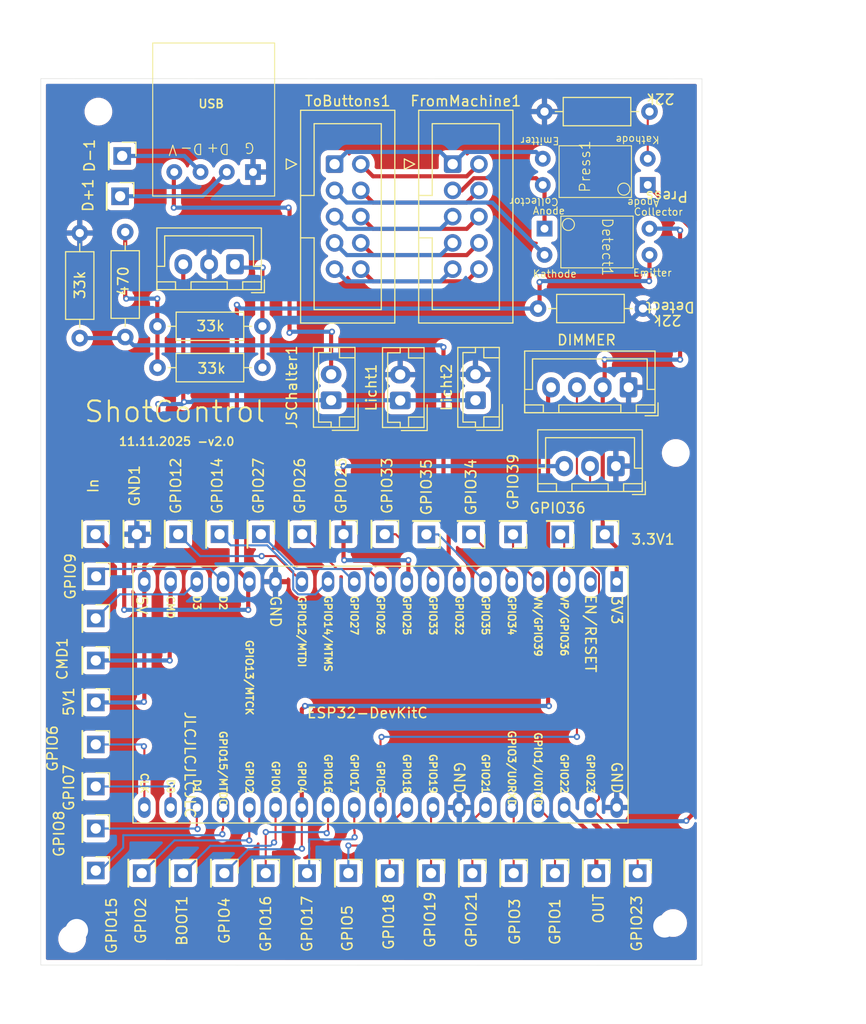
<source format=kicad_pcb>
(kicad_pcb (version 20240108) (generator "pcbnew") (generator_version "8.0")
  (title_block (title "Smart_Espresso_V0.1"))
  (layers (0 "F.Cu" signal "Front") (1 "In1.Cu" signal) (2 "In2.Cu" signal) (31 "B.Cu" signal "Back") (34 "B.Paste" user) (35 "F.Paste" user) (36 "B.SilkS" user "B.Silkscreen") (37 "F.SilkS" user "F.Silkscreen") (38 "B.Mask" user) (39 "F.Mask" user) (44 "Edge.Cuts" user))
  (net 0 "")
  (net 1 "+3.3V")
  (net 2 "Net-(Detect1-Anode)")
  (net 3 "IN")
  (net 4 "Net-(Detect1-Cathode)")
  (net 5 "+5V")
  (net 6 "GND")
  (net 7 "Net-(J1-Pin_1)")
  (net 8 "Net-(BOOT1-Pin_1)")
  (net 9 "Net-(CHIP_PU1-Pin_1)")
  (net 10 "Net-(CMD1-Pin_1)")
  (net 11 "Net-(D+1-Pin_1)")
  (net 12 "Net-(D-1-Pin_1)")
  (net 13 "Net-(FromMachine1-Pin_1)")
  (net 14 "Net-(FromMachine1-Pin_5)")
  (net 15 "Net-(FromMachine1-Pin_9)")
  (net 16 "Net-(FromMachine1-Pin_7)")
  (net 17 "Net-(FromMachine1-Pin_10)")
  (net 18 "Net-(FromMachine1-Pin_4)")
  (net 19 "Net-(FromMachine1-Pin_6)")
  (net 20 "Net-(FromMachine1-Pin_8)")
  (net 21 "Net-(FromMachine1-Pin_2)")
  (net 22 "Net-(GPIO1-Pin_1)")
  (net 23 "Net-(GPIO2-Pin_1)")
  (net 24 "Net-(GPIO3-Pin_1)")
  (net 25 "Net-(GPIO6-Pin_1)")
  (net 26 "Net-(GPIO7-Pin_1)")
  (net 27 "Net-(GPIO8-Pin_1)")
  (net 28 "Net-(GPIO9-Pin_1)")
  (net 29 "Net-(GPIO10-Pin_1)")
  (net 30 "Net-(GPIO12-Pin_1)")
  (net 31 "Net-(GPIO14-Pin_1)")
  (net 32 "Net-(GPIO15-Pin_1)")
  (net 33 "Net-(GPIO16-Pin_1)")
  (net 34 "Net-(GPIO17-Pin_1)")
  (net 35 "Net-(GPIO18-Pin_1)")
  (net 36 "Net-(GPIO19-Pin_1)")
  (net 37 "Net-(GPIO21-Pin_1)")
  (net 38 "Net-(GPIO23-Pin_1)")
  (net 39 "Net-(GPIO25-Pin_1)")
  (net 40 "Net-(GPIO26-Pin_1)")
  (net 41 "Net-(GPIO27-Pin_1)")
  (net 42 "Net-(GPIO33-Pin_1)")
  (net 43 "Net-(GPIO34-Pin_1)")
  (net 44 "Net-(GPIO35-Pin_1)")
  (net 45 "Net-(GPIO36-Pin_1)")
  (net 46 "Net-(GPIO39-Pin_1)")
  (net 47 "Net-(Press1-Cathode)")
  (net 48 "OUT")
  (net 49 "Net-(RSP_01_1-Pad2)")
  (net 50 "Drucksensor")
  (net 51 "ZeroCross")
  (net 52 "PWM")
  (net 53 "Net-(JSChalter1-Pin_2)")
  (footprint "Resistor_THT:R_Axial_DIN0207_L6.3mm_D2.5mm_P10.16mm_Horizontal" (layer "F.Cu") (at 219.075 100.775 180)
    (property "Reference" "RSP_01_2" (hide yes))
    (property "Value" "33k")
  )
  (footprint "Connector_PinHeader_2.54mm:PinHeader_1x01_P2.54mm_Vertical" (layer "F.Cu") (at 235.394 153.67 -90)
    (property "Reference" "GPIO19")
    (property "Value" "Conn_01x01_Socket" (hide yes))
  )
  (footprint "Resistor_THT:R_Axial_DIN0207_L6.3mm_D2.5mm_P10.16mm_Horizontal" (layer "F.Cu") (at 255.905 99.06 180)
    (property "Reference" "R_GND2" (hide yes))
    (property "Value" "22k")
  )
  (footprint "Connector_PinHeader_2.54mm:PinHeader_1x01_P2.54mm_Vertical" (layer "F.Cu") (at 247.904 120.904 180)
    (property "Reference" "GPIO36")
    (property "Value" "Conn_01x01_Socket" (hide yes))
  )
  (footprint "Connector_PinHeader_2.54mm:PinHeader_1x01_P2.54mm_Vertical" (layer "F.Cu") (at 251.394 153.67 -90)
    (property "Reference" "OUT")
    (property "Value" "Conn_01x01_Socket" (hide yes))
  )
  (footprint "MountingHole:MountingHole_2.2mm_M2" (layer "F.Cu") (at 259.08 113.03)
    (property "Reference" "REF**" (hide yes))
    (property "Value" "MountingHole_2.2mm_M2" (hide yes))
  )
  (footprint "Connector_PinHeader_2.54mm:PinHeader_1x01_P2.54mm_Vertical" (layer "F.Cu") (at 231.394 153.67 -90)
    (property "Reference" "GPIO18")
    (property "Value" "Conn_01x01_Socket" (hide yes))
  )
  (footprint "MountingHole:MountingHole_2.2mm_M2" (layer "F.Cu") (at 258 158.8)
    (property "Reference" "REF**" (hide yes))
    (property "Value" "MountingHole_2.2mm_M2" (hide yes))
  )
  (footprint "Connector_JST:JST_EH_B2B-EH-A_1x02_P2.50mm_Vertical" (layer "F.Cu") (at 225.725 107.93 90)
    (property "Reference" "JSChalter1")
    (property "Value" "Conn_01x02_Socket" (hide yes))
  )
  (footprint "Connector_PinHeader_2.54mm:PinHeader_1x01_P2.54mm_Vertical" (layer "F.Cu") (at 202.946 149.352 -90)
    (property "Reference" "GPIO8")
    (property "Value" "Conn_01x01_Socket" (hide yes))
  )
  (footprint "Connector_PinHeader_2.54mm:PinHeader_1x01_P2.54mm_Vertical" (layer "F.Cu") (at 210.925 120.886 -90)
    (property "Reference" "GPIO12")
    (property "Value" "Conn_01x01_Socket" (hide yes))
  )
  (footprint "Connector_PinHeader_2.54mm:PinHeader_1x01_P2.54mm_Vertical" (layer "F.Cu") (at 223.394 153.67 -90)
    (property "Reference" "GPIO17")
    (property "Value" "Conn_01x01_Socket" (hide yes))
  )
  (footprint "Resistor_THT:R_Axial_DIN0207_L6.3mm_D2.5mm_P10.16mm_Horizontal" (layer "F.Cu") (at 219.075 104.775 180)
    (property "Reference" "RSP_01_1" (hide yes))
    (property "Value" "33k")
  )
  (footprint "Resistor_THT:R_Axial_DIN0207_L6.3mm_D2.5mm_P10.16mm_Horizontal" (layer "F.Cu") (at 205.795 91.655 -90)
    (property "Reference" "RSP_2" (hide yes))
    (property "Value" "470")
  )
  (footprint "myLib:USB-C zu DIP PCB" (layer "F.Cu") (at 214.355 80.775 180)
    (property "Reference" "U2" (hide yes))
    (property "Value" "USB-C to DIP PCB")
  )
  (footprint "Connector_PinHeader_2.54mm:PinHeader_1x01_P2.54mm_Vertical" (layer "F.Cu") (at 239.268 120.904 180)
    (property "Reference" "GPIO34")
    (property "Value" "Conn_01x01_Socket" (hide yes))
  )
  (footprint "Connector_PinHeader_2.54mm:PinHeader_1x01_P2.54mm_Vertical" (layer "F.Cu") (at 202.946 129.032 -90)
    (property "Reference" "GPIO10" (hide yes))
    (property "Value" "Conn_01x01_Socket" (hide yes))
  )
  (footprint "Connector_PinHeader_2.54mm:PinHeader_1x01_P2.54mm_Vertical" (layer "F.Cu") (at 234.95 120.904 180)
    (property "Reference" "GPIO35")
    (property "Value" "Conn_01x01_Socket" (hide yes))
  )
  (footprint "MountingHole:MountingHole_2.2mm_M2" (layer "F.Cu") (at 203.2 80.01)
    (property "Reference" "REF**" (hide yes))
    (property "Value" "MountingHole_2.2mm_M2" (hide yes))
  )
  (footprint "Connector_JST:JST_EH_B2B-EH-A_1x02_P2.50mm_Vertical" (layer "F.Cu") (at 239.695 107.93 90)
    (property "Reference" "Licht2")
    (property "Value" "Conn_01x02_Socket" (hide yes))
  )
  (footprint "Connector_PinHeader_2.54mm:PinHeader_1x01_P2.54mm_Vertical" (layer "F.Cu") (at 247.394 153.67 -90)
    (property "Reference" "GPIO1")
    (property "Value" "Conn_01x01_Socket" (hide yes))
  )
  (footprint "Connector_PinHeader_2.54mm:PinHeader_1x01_P2.54mm_Vertical" (layer "F.Cu") (at 206.925 120.886 -90)
    (property "Reference" "GND1")
    (property "Value" "Conn_01x01_Socket" (hide yes))
  )
  (footprint "Connector_PinHeader_2.54mm:PinHeader_1x01_P2.54mm_Vertical" (layer "F.Cu") (at 205.5 84.3 -90)
    (property "Reference" "D-1")
    (property "Value" "Conn_01x01_Socket" (hide yes))
  )
  (footprint "Connector_PinHeader_2.54mm:PinHeader_1x01_P2.54mm_Vertical" (layer "F.Cu") (at 207.394 153.67 -90)
    (property "Reference" "GPIO2")
    (property "Value" "Conn_01x01_Socket" (hide yes))
  )
  (footprint "Connector_PinHeader_2.54mm:PinHeader_1x01_P2.54mm_Vertical" (layer "F.Cu") (at 222.925 120.886 -90)
    (property "Reference" "GPIO26")
    (property "Value" "Conn_01x01_Socket" (hide yes))
  )
  (footprint "Connector_PinHeader_2.54mm:PinHeader_1x01_P2.54mm_Vertical" (layer "F.Cu") (at 202.946 141.224 -90)
    (property "Reference" "GPIO6")
    (property "Value" "Conn_01x01_Socket" (hide yes))
  )
  (footprint "Connector_PinHeader_2.54mm:PinHeader_1x01_P2.54mm_Vertical" (layer "F.Cu") (at 205.3 88.2 -90)
    (property "Reference" "D+1")
    (property "Value" "Conn_01x01_Socket" (hide yes))
  )
  (footprint "Connector_PinHeader_2.54mm:PinHeader_1x01_P2.54mm_Vertical" (layer "F.Cu") (at 219.394 153.67 -90)
    (property "Reference" "GPIO16")
    (property "Value" "Conn_01x01_Socket" (hide yes))
  )
  (footprint "Connector_IDC:IDC-Header_2x05_P2.54mm_Vertical" (layer "F.Cu") (at 226.06 85.09)
    (property "Reference" "ToButtons1")
    (property "Value" "Conn_01x10_Socket" (hide yes))
  )
  (footprint "MountingHole:MountingHole_2.2mm_M2" (layer "F.Cu") (at 201.1 159.2 90)
    (property "Reference" "REF**" (hide yes))
    (property "Value" "MountingHole_2.2mm_M2" (hide yes))
  )
  (footprint "Connector_JST:JST_EH_B2B-EH-A_1x02_P2.50mm_Vertical" (layer "F.Cu") (at 232.41 107.95 90)
    (property "Reference" "Licht1")
    (property "Value" "Conn_01x02_Socket" (hide yes))
  )
  (footprint "myLib:HCPL-817" (layer "F.Cu") (at 251.29 92.71 -90)
    (property "Reference" "Detect1")
    (property "Value" "~")
  )
  (footprint "Connector_PinHeader_2.54mm:PinHeader_1x01_P2.54mm_Vertical" (layer "F.Cu") (at 252.222 120.904 -90)
    (property "Reference" "3.3V1")
    (property "Value" "Conn_01x01_Socket" (hide yes))
  )
  (footprint "Connector_PinHeader_2.54mm:PinHeader_1x01_P2.54mm_Vertical" (layer "F.Cu") (at 202.946 133.096 -90)
    (property "Reference" "CMD1")
    (property "Value" "Conn_01x01_Socket" (hide yes))
  )
  (footprint "Connector_JST:JST_XH_B3B-XH-A_1x03_P2.50mm_Vertical" (layer "F.Cu") (at 253.285 114.3 180)
    (property "Reference" "J2" (hide yes))
    (property "Value" "Encoder")
  )
  (footprint "Connector_PinHeader_2.54mm:PinHeader_1x01_P2.54mm_Vertical" (layer "F.Cu") (at 230.925 120.886 -90)
    (property "Reference" "GPIO33")
    (property "Value" "Conn_01x01_Socket" (hide yes))
  )
  (footprint "Connector_PinHeader_2.54mm:PinHeader_1x01_P2.54mm_Vertical" (layer "F.Cu") (at 243.332 120.904 180)
    (property "Reference" "GPIO39")
    (property "Value" "Conn_01x01_Socket" (hide yes))
  )
  (footprint "myLib:HCPL-817" (layer "F.Cu") (at 251.46 85.725 90)
    (property "Reference" "Press1")
    (property "Value" "~")
  )
  (footprint "myLib:ESP32-DevKitC" (layer "F.Cu") (at 253.365 125.476 -90)
    (property "Reference" "U1" (hide yes))
    (property "Value" "ESP32-DevKitC")
  )
  (footprint "Connector_PinHeader_2.54mm:PinHeader_1x01_P2.54mm_Vertical" (layer "F.Cu") (at 255.394 153.67 -90)
    (property "Reference" "GPIO23")
    (property "Value" "Conn_01x01_Socket" (hide yes))
  )
  (footprint "Connector_IDC:IDC-Header_2x05_P2.54mm_Vertical" (layer "F.Cu") (at 237.49 85.09)
    (property "Reference" "FromMachine1")
    (property "Value" "Conn_01x10_Socket" (hide yes))
  )
  (footprint "Resistor_THT:R_Axial_DIN0207_L6.3mm_D2.5mm_P10.16mm_Horizontal" (layer "F.Cu") (at 256.54 80.01 180)
    (property "Reference" "R_GND1" (hide yes))
    (property "Value" "22k")
  )
  (footprint "Connector_PinHeader_2.54mm:PinHeader_1x01_P2.54mm_Vertical" (layer "F.Cu") (at 227.394 153.67 -90)
    (property "Reference" "GPIO5")
    (property "Value" "Conn_01x01_Socket" (hide yes))
  )
  (footprint "Connector_PinHeader_2.54mm:PinHeader_1x01_P2.54mm_Vertical" (layer "F.Cu") (at 218.925 120.886 -90)
    (property "Reference" "GPIO27")
    (property "Value" "Conn_01x01_Socket" (hide yes))
  )
  (footprint "Connector_PinHeader_2.54mm:PinHeader_1x01_P2.54mm_Vertical" (layer "F.Cu") (at 226.925 120.886 -90)
    (property "Reference" "GPIO25")
    (property "Value" "Conn_01x01_Socket" (hide yes))
  )
  (footprint "Connector_PinHeader_2.54mm:PinHeader_1x01_P2.54mm_Vertical" (layer "F.Cu") (at 202.946 137.16 -90)
    (property "Reference" "5V1")
    (property "Value" "Conn_01x01_Socket" (hide yes))
  )
  (footprint "Connector_PinHeader_2.54mm:PinHeader_1x01_P2.54mm_Vertical" (layer "F.Cu") (at 239.394 153.67 -90)
    (property "Reference" "GPIO21")
    (property "Value" "Conn_01x01_Socket" (hide yes))
  )
  (footprint "Connector_JST:JST_XH_B3B-XH-A_1x03_P2.50mm_Vertical" (layer "F.Cu") (at 216.415 94.775 180)
    (property "Reference" "J1" (hide yes))
    (property "Value" "DRUCKSENSOR")
  )
  (footprint "Connector_PinHeader_2.54mm:PinHeader_1x01_P2.54mm_Vertical" (layer "F.Cu") (at 211.394 153.67 -90)
    (property "Reference" "BOOT1")
    (property "Value" "Conn_01x01_Socket" (hide yes))
  )
  (footprint "Resistor_THT:R_Axial_DIN0207_L6.3mm_D2.5mm_P10.16mm_Horizontal" (layer "F.Cu") (at 201.395 101.915 90)
    (property "Reference" "RSP_3" (hide yes))
    (property "Value" "33k")
  )
  (footprint "Connector_PinHeader_2.54mm:PinHeader_1x01_P2.54mm_Vertical" (layer "F.Cu") (at 215.394 153.67 -90)
    (property "Reference" "GPIO4")
    (property "Value" "Conn_01x01_Socket" (hide yes))
  )
  (footprint "Connector_PinHeader_2.54mm:PinHeader_1x01_P2.54mm_Vertical" (layer "F.Cu") (at 202.946 145.288 -90)
    (property "Reference" "GPIO7")
    (property "Value" "Conn_01x01_Socket" (hide yes))
  )
  (footprint "Connector_PinHeader_2.54mm:PinHeader_1x01_P2.54mm_Vertical" (layer "F.Cu") (at 202.946 153.416 -90)
    (property "Reference" "GPIO15")
    (property "Value" "Conn_01x01_Socket" (hide yes))
  )
  (footprint "Connector_PinHeader_2.54mm:PinHeader_1x01_P2.54mm_Vertical" (layer "F.Cu") (at 243.394 153.67 -90)
    (property "Reference" "GPIO3")
    (property "Value" "Conn_01x01_Socket" (hide yes))
  )
  (footprint "Connector_PinHeader_2.54mm:PinHeader_1x01_P2.54mm_Vertical" (layer "F.Cu") (at 202.925 120.886 -90)
    (property "Reference" "In")
    (property "Value" "Conn_01x01_Socket" (hide yes))
  )
  (footprint "Connector_PinHeader_2.54mm:PinHeader_1x01_P2.54mm_Vertical" (layer "F.Cu") (at 214.925 120.886 -90)
    (property "Reference" "GPIO14")
    (property "Value" "Conn_01x01_Socket" (hide yes))
  )
  (footprint "Connector_JST:JST_XH_B4B-XH-A_1x04_P2.50mm_Vertical" (layer "F.Cu") (at 254.515 106.68 180)
    (property "Reference" "DIMMER")
    (property "Value" "Conn_01x04_Socket" (hide yes))
  )
  (footprint "Connector_PinHeader_2.54mm:PinHeader_1x01_P2.54mm_Vertical" (layer "F.Cu") (at 202.985 124.968 -90)
    (property "Reference" "GPIO9")
    (property "Value" "Conn_01x01_Socket" (hide yes))
  )
  (gr_line (start 197.625 162.56) (end 261.62 162.575) (stroke (width 0.0381)) (layer "Edge.Cuts"))
  (gr_line (start 197.625 76.82) (end 197.625 162.56) (stroke (width 0.0381)) (layer "Edge.Cuts"))
  (gr_line (start 261.62 76.835) (end 197.625 76.82) (stroke (width 0.0381)) (layer "Edge.Cuts"))
  (gr_line (start 261.62 162.575) (end 261.62 76.835) (stroke (width 0.0381)) (layer "Edge.Cuts"))
  (gr_text "470" (at 206.195 97.935 90) (layer "F.SilkS") (effects (font (size 1 1) (thickness 0.1524) (bold yes)) (justify left bottom)))
  (gr_text "GPIO13/MTCK" (at 217.805 131.021 -90) (layer "F.SilkS") (effects (font (size 0.7 0.7)) (justify left)))
  (gr_text "22k" (at 259.057 78.188 180) (layer "F.SilkS") (effects (font (size 1 1) (thickness 0.1524) (bold yes)) (justify left bottom)))
  (gr_text "ShotControl" (at 201.705 110.2 0) (layer "F.SilkS") (effects (font (size 2 2) (thickness 0.2)) (justify left bottom)))
  (gr_text "USB" (at 212.795 79.735 0) (layer "F.SilkS") (effects (font (size 0.8128 0.8128) (thickness 0.1524) (bold yes)) (justify left bottom)))
  (gr_text "33k" (at 201.995 98.235 90) (layer "F.SilkS") (effects (font (size 1 1) (thickness 0.1524) (bold yes)) (justify left bottom)))
  (gr_text "Detect" (at 261.008 98.342 180) (layer "F.SilkS") (effects (font (size 1 1) (thickness 0.1524) (bold yes)) (justify left bottom)))
  (gr_text "JLCJLCJLCJLC" (at 211.465 137.951 -90) (layer "F.SilkS") (effects (font (size 1 1) (thickness 0.1524) (bold yes)) (justify left bottom)))
  (gr_text "D-" (at 213.395 83.035 180) (layer "F.SilkS") (effects (font (size 1 1) (thickness 0.1)) (justify left bottom)))
  (gr_text "V" (at 210.895 83.135 180) (layer "F.SilkS") (effects (font (size 1 1) (thickness 0.1)) (justify left bottom)))
  (gr_text "33k" (at 212.595 101.335 0) (layer "F.SilkS") (effects (font (size 1 1) (thickness 0.1524) (bold yes)) (justify left bottom)))
  (gr_text "Press" (at 260.35 87.63 180) (layer "F.SilkS") (effects (font (size 1 1) (thickness 0.1524) (bold yes)) (justify left bottom)))
  (gr_text "22k" (at 259.738 99.612 180) (layer "F.SilkS") (effects (font (size 1 1) (thickness 0.1524) (bold yes)) (justify left bottom)))
  (gr_text "33k" (at 212.695 105.435 0) (layer "F.SilkS") (effects (font (size 1 1) (thickness 0.1524) (bold yes)) (justify left bottom)))
  (gr_text "G" (at 218.395 82.935 180) (layer "F.SilkS") (effects (font (size 1 1) (thickness 0.1)) (justify left bottom)))
  (gr_text "11.11.2025 -v2.0\n" (at 205.105 112.395 0) (layer "F.SilkS") (effects (font (size 0.8128 0.8128) (thickness 0.1524) (bold yes)) (justify left bottom)))
  (segment (start 252.015 120.697) (end 252.222 120.904) (width 0.4) (layer "F.Cu") (net 1))
  (segment (start 259.5 91.5) (end 259.5 104) (width 0.4) (layer "F.Cu") (net 1))
  (segment (start 252.222 121.022) (end 253.365 122.165) (width 0.4) (layer "F.Cu") (net 1))
  (segment (start 252.2 106.495) (end 252.015 106.68) (width 0.4) (layer "F.Cu") (net 1))
  (segment (start 252.015 106.68) (end 252.015 120.697) (width 0.4) (layer "F.Cu") (net 1))
  (segment (start 253.365 122.165) (end 253.365 125.476) (width 0.4) (layer "F.Cu") (net 1))
  (segment (start 252.222 120.904) (end 252.222 121.022) (width 0.4) (layer "F.Cu") (net 1))
  (segment (start 252.2 104) (end 252.2 106.495) (width 0.4) (layer "F.Cu") (net 1))
  (via (at 259.5 91.5) (size 0.6) (drill 0.3) (layers "F.Cu" "B.Cu") (net 1))
  (via (at 252.2 104) (size 0.6) (drill 0.3) (layers "F.Cu" "B.Cu") (net 1))
  (via (at 259.5 104) (size 0.6) (drill 0.3) (layers "F.Cu" "B.Cu") (net 1))
  (segment (start 256.54 91.33) (end 259.33 91.33) (width 0.4) (layer "B.Cu") (net 1))
  (segment (start 259.5 104) (end 252.2 104) (width 0.4) (layer "B.Cu") (net 1))
  (segment (start 259.33 91.33) (end 259.5 91.5) (width 0.4) (layer "B.Cu") (net 1))
  (segment (start 239.54247 86.453) (end 245.558 86.453) (width 0.4) (layer "F.Cu") (net 2))
  (segment (start 237.49 87.63) (end 238.36547 87.63) (width 0.4) (layer "F.Cu") (net 2))
  (segment (start 238.36547 87.63) (end 239.54247 86.453) (width 0.4) (layer "F.Cu") (net 2))
  (segment (start 245.558 86.453) (end 246.21 87.105) (width 0.4) (layer "F.Cu") (net 2))
  (segment (start 246.38 87.275) (end 246.21 87.105) (width 0.4) (layer "F.Cu") (net 2))
  (segment (start 246.38 91.33) (end 246.38 87.275) (width 0.4) (layer "F.Cu") (net 2))
  (segment (start 256.54 96.36) (end 256.5 96.4) (width 0.4) (layer "F.Cu") (net 3))
  (segment (start 202.925 120.886) (end 205.7 123.661) (width 0.4) (layer "F.Cu") (net 3))
  (segment (start 216.6 124.271) (end 217.805 125.476) (width 0.4) (layer "F.Cu") (net 3))
  (segment (start 216.6 98.7) (end 216.6 124.271) (width 0.4) (layer "F.Cu") (net 3))
  (segment (start 217.7 128.2) (end 217.7 125.581) (width 0.4) (layer "F.Cu") (net 3))
  (segment (start 217.7 125.581) (end 217.805 125.476) (width 0.4) (layer "F.Cu") (net 3))
  (segment (start 245.9 98.905) (end 245.745 99.06) (width 0.4) (layer "F.Cu") (net 3))
  (segment (start 205.7 123.661) (end 205.7 128.2) (width 0.4) (layer "F.Cu") (net 3))
  (segment (start 256.54 93.87) (end 256.54 96.36) (width 0.4) (layer "F.Cu") (net 3))
  (segment (start 245.9 96.5) (end 245.9 98.905) (width 0.4) (layer "F.Cu") (net 3))
  (via (at 217.7 128.2) (size 0.6) (drill 0.3) (layers "F.Cu" "B.Cu") (net 3))
  (via (at 256.5 96.4) (size 0.6) (drill 0.3) (layers "F.Cu" "B.Cu") (net 3))
  (via (at 205.7 128.2) (size 0.6) (drill 0.3) (layers "F.Cu" "B.Cu") (net 3))
  (via (at 216.6 98.7) (size 0.6) (drill 0.3) (layers "F.Cu" "B.Cu") (net 3))
  (via (at 245.9 96.5) (size 0.6) (drill 0.3) (layers "F.Cu" "B.Cu") (net 3))
  (segment (start 245.745 99.06) (end 216.96 99.06) (width 0.4) (layer "B.Cu") (net 3))
  (segment (start 256.5 96.4) (end 246 96.4) (width 0.4) (layer "B.Cu") (net 3))
  (segment (start 246 96.4) (end 245.9 96.5) (width 0.4) (layer "B.Cu") (net 3))
  (segment (start 205.7 128.2) (end 217.7 128.2) (width 0.4) (layer "B.Cu") (net 3))
  (segment (start 216.96 99.06) (end 216.6 98.7) (width 0.4) (layer "B.Cu") (net 3))
  (segment (start 241.317 88.807) (end 246.38 93.87) (width 0.4) (layer "B.Cu") (net 4))
  (segment (start 226.06 87.63) (end 227.237 88.807) (width 0.4) (layer "B.Cu") (net 4))
  (segment (start 227.237 88.807) (end 241.317 88.807) (width 0.4) (layer "B.Cu") (net 4))
  (segment (start 211.415 108.015) (end 211.5 108.1) (width 0.4) (layer "F.Cu") (net 5))
  (segment (start 207.6 137.1) (end 207.645 137.055) (width 0.4) (layer "F.Cu") (net 5))
  (segment (start 208.9 122.6) (end 209 122.5) (width 0.4) (layer "F.Cu") (net 5))
  (segment (start 207.645 123.855) (end 208.9 122.6) (width 0.4) (layer "F.Cu") (net 5))
  (segment (start 207.645 125.476) (end 207.645 123.855) (width 0.4) (layer "F.Cu") (net 5))
  (segment (start 209 117.8) (end 209 108.3) (width 0.4) (layer "F.Cu") (net 5))
  (segment (start 209 122.5) (end 209 117.8) (width 0.4) (layer "F.Cu") (net 5))
  (segment (start 207.645 137.055) (end 207.645 125.476) (width 0.4) (layer "F.Cu") (net 5))
  (segment (start 211.415 94.775) (end 211.415 108.015) (width 0.4) (layer "F.Cu") (net 5))
  (via (at 211.5 108.1) (size 0.6) (drill 0.3) (layers "F.Cu" "B.Cu") (net 5))
  (via (at 209 108.3) (size 0.6) (drill 0.3) (layers "F.Cu" "B.Cu") (net 5))
  (via (at 207.6 137.1) (size 0.6) (drill 0.3) (layers "F.Cu" "B.Cu") (net 5))
  (segment (start 211.5 108.1) (end 212.2 108.1) (width 0.4) (layer "B.Cu") (net 5))
  (segment (start 211.3 108.3) (end 211.5 108.1) (width 0.4) (layer "B.Cu") (net 5))
  (segment (start 207.54 137.16) (end 207.6 137.1) (width 0.4) (layer "B.Cu") (net 5))
  (segment (start 212.2 108.1) (end 212.37 107.93) (width 0.4) (layer "B.Cu") (net 5))
  (segment (start 225.725 107.93) (end 232.39 107.93) (width 0.4) (layer "B.Cu") (net 5))
  (segment (start 212.37 107.93) (end 225.725 107.93) (width 0.4) (layer "B.Cu") (net 5))
  (segment (start 232.41 107.95) (end 232.55 107.95) (width 0.4) (layer "B.Cu") (net 5))
  (segment (start 232.39 107.93) (end 232.41 107.95) (width 0.4) (layer "B.Cu") (net 5))
  (segment (start 209 108.3) (end 211.3 108.3) (width 0.4) (layer "B.Cu") (net 5))
  (segment (start 202.946 137.16) (end 207.54 137.16) (width 0.4) (layer "B.Cu") (net 5))
  (segment (start 232.57 107.93) (end 239.695 107.93) (width 0.4) (layer "B.Cu") (net 5))
  (segment (start 232.55 107.95) (end 232.57 107.93) (width 0.4) (layer "B.Cu") (net 5))
  (segment (start 219.075 100.775) (end 219.075 95.125) (width 0.4) (layer "F.Cu") (net 7))
  (segment (start 219.075 100.775) (end 219.075 104.775) (width 0.4) (layer "F.Cu") (net 7))
  (segment (start 219.075 95.125) (end 219.1 95.1) (width 0.4) (layer "F.Cu") (net 7))
  (via (at 219.1 95.1) (size 0.6) (drill 0.3) (layers "F.Cu" "B.Cu") (net 7))
  (segment (start 219.1 95.1) (end 216.74 95.1) (width 0.4) (layer "B.Cu") (net 7))
  (segment (start 216.74 95.1) (end 216.415 94.775) (width 0.4) (layer "B.Cu") (net 7))
  (segment (start 220.345 150.555) (end 220.345 147.32) (width 0.2) (layer "F.Cu") (net 8))
  (segment (start 220.2 150.7) (end 220.345 150.555) (width 0.2) (layer "F.Cu") (net 8))
  (via (at 220.2 150.7) (size 0.6) (drill 0.3) (layers "F.Cu" "B.Cu") (net 8))
  (segment (start 211.394 153.67) (end 214.037 151.027) (width 0.2) (layer "B.Cu") (net 8))
  (segment (start 219.873 151.027) (end 220.2 150.7) (width 0.2) (layer "B.Cu") (net 8))
  (segment (start 214.037 151.027) (end 219.873 151.027) (width 0.2) (layer "B.Cu") (net 8))
  (segment (start 210.1 132.2) (end 210.185 132.115) (width 0.4) (layer "F.Cu") (net 10))
  (segment (start 210.185 132.115) (end 210.185 125.476) (width 0.4) (layer "F.Cu") (net 10))
  (segment (start 210.1 133.1) (end 210.1 132.2) (width 0.4) (layer "F.Cu") (net 10))
  (via (at 210.1 133.1) (size 0.6) (drill 0.3) (layers "F.Cu" "B.Cu") (net 10))
  (segment (start 202.946 133.096) (end 210.096 133.096) (width 0.4) (layer "B.Cu") (net 10))
  (segment (start 210.096 133.096) (end 210.1 133.1) (width 0.4) (layer "B.Cu") (net 10))
  (segment (start 205.3 88.2) (end 213.28 88.2) (width 0.4) (layer "B.Cu") (net 11))
  (segment (start 213.28 88.2) (end 215.625 85.855) (width 0.4) (layer "B.Cu") (net 11))
  (segment (start 205.5 84.3) (end 211.53 84.3) (width 0.4) (layer "B.Cu") (net 12))
  (segment (start 211.53 84.3) (end 213.085 85.855) (width 0.4) (layer "B.Cu") (net 12))
  (segment (start 227.237 83.913) (end 236.313 83.913) (width 0.4) (layer "B.Cu") (net 13))
  (segment (start 238.667 83.913) (end 245.558 83.913) (width 0.4) (layer "B.Cu") (net 13))
  (segment (start 236.313 83.913) (end 237.49 85.09) (width 0.4) (layer "B.Cu") (net 13))
  (segment (start 245.558 83.913) (end 246.21 84.565) (width 0.4) (layer "B.Cu") (net 13))
  (segment (start 237.49 85.09) (end 238.667 83.913) (width 0.4) (layer "B.Cu") (net 13))
  (segment (start 226.06 85.09) (end 227.237 83.913) (width 0.4) (layer "B.Cu") (net 13))
  (segment (start 236.313 91.347) (end 237.49 90.17) (width 0.4) (layer "B.Cu") (net 14))
  (segment (start 227.237 91.347) (end 236.313 91.347) (width 0.4) (layer "B.Cu") (net 14))
  (segment (start 226.06 90.17) (end 227.237 91.347) (width 0.4) (layer "B.Cu") (net 14))
  (segment (start 226.06 95.25) (end 227.237 96.427) (width 0.4) (layer "B.Cu") (net 15))
  (segment (start 236.313 96.427) (end 237.49 95.25) (width 0.4) (layer "B.Cu") (net 15))
  (segment (start 227.237 96.427) (end 236.313 96.427) (width 0.4) (layer "B.Cu") (net 15))
  (segment (start 226.06 92.71) (end 227.237 93.887) (width 0.4) (layer "B.Cu") (net 16))
  (segment (start 227.237 93.887) (end 236.313 93.887) (width 0.4) (layer "B.Cu") (net 16))
  (segment (start 236.313 93.887) (end 237.49 92.71) (width 0.4) (layer "B.Cu") (net 16))
  (segment (start 228.6 95.25) (end 229.777 96.427) (width 0.4) (layer "F.Cu") (net 17))
  (segment (start 229.777 96.427) (end 238.853 96.427) (width 0.4) (layer "F.Cu") (net 17))
  (segment (start 238.853 96.427) (end 240.03 95.25) (width 0.4) (layer "F.Cu") (net 17))
  (segment (start 228.6 87.63) (end 229.777 88.807) (width 0.4) (layer "F.Cu") (net 18))
  (segment (start 229.777 88.807) (end 238.853 88.807) (width 0.4) (layer "F.Cu") (net 18))
  (segment (start 238.853 88.807) (end 240.03 87.63) (width 0.4) (layer "F.Cu") (net 18))
  (segment (start 228.6 90.17) (end 229.777 91.347) (width 0.4) (layer "F.Cu") (net 19))
  (segment (start 238.853 91.347) (end 240.03 90.17) (width 0.4) (layer "F.Cu") (net 19))
  (segment (start 229.777 91.347) (end 238.853 91.347) (width 0.4) (layer "F.Cu") (net 19))
  (segment (start 229.777 93.887) (end 238.853 93.887) (width 0.4) (layer "F.Cu") (net 20))
  (segment (start 228.6 92.71) (end 229.777 93.887) (width 0.4) (layer "F.Cu") (net 20))
  (segment (start 238.853 93.887) (end 240.03 92.71) (width 0.4) (layer "F.Cu") (net 20))
  (segment (start 238.853 86.267) (end 229.777 86.267) (width 0.4) (layer "F.Cu") (net 21))
  (segment (start 229.777 86.267) (end 228.6 85.09) (width 0.4) (layer "F.Cu") (net 21))
  (segment (start 240.03 85.09) (end 238.853 86.267) (width 0.4) (layer "F.Cu") (net 21))
  (segment (start 247.394 148.969) (end 245.745 147.32) (width 0.2) (layer "F.Cu") (net 22))
  (segment (start 247.394 153.67) (end 247.394 148.969) (width 0.2) (layer "F.Cu") (net 22))
  (segment (start 217.8 150.5) (end 217.805 150.495) (width 0.2) (layer "F.Cu") (net 23))
  (segment (start 217.805 150.495) (end 217.805 147.32) (width 0.2) (layer "F.Cu") (net 23))
  (via (at 217.8 150.5) (size 0.6) (drill 0.3) (layers "F.Cu" "B.Cu") (net 23))
  (segment (start 207.394 153.67) (end 210.564 150.5) (width 0.2) (layer "B.Cu") (net 23))
  (segment (start 210.564 150.5) (end 217.8 150.5) (width 0.2) (layer "B.Cu") (net 23))
  (segment (start 243.394 153.67) (end 243.394 147.509) (width 0.2) (layer "F.Cu") (net 24))
  (segment (start 243.394 147.509) (end 243.205 147.32) (width 0.2) (layer "F.Cu") (net 24))
  (segment (start 207.64772 141.44772) (end 207.64772 147.31632) (width 0.2) (layer "F.Cu") (net 25))
  (segment (start 207.6 141.4) (end 207.64772 141.44772) (width 0.2) (layer "F.Cu") (net 25))
  (via (at 207.6 141.4) (size 0.6) (drill 0.3) (layers "F.Cu" "B.Cu") (net 25))
  (segment (start 202.946 141.224) (end 207.424 141.224) (width 0.2) (layer "B.Cu") (net 25))
  (segment (start 207.424 141.224) (end 207.6 141.4) (width 0.2) (layer "B.Cu") (net 25))
  (segment (start 210.18772 145.31228) (end 210.18772 147.31632) (width 0.2) (layer "F.Cu") (net 26))
  (segment (start 210.3 145.2) (end 210.18772 145.31228) (width 0.2) (layer "F.Cu") (net 26))
  (via (at 210.3 145.2) (size 0.6) (drill 0.3) (layers "F.Cu" "B.Cu") (net 26))
  (segment (start 210.212 145.288) (end 210.3 145.2) (width 0.2) (layer "B.Cu") (net 26))
  (segment (start 202.946 145.288) (end 210.212 145.288) (width 0.2) (layer "B.Cu") (net 26))
  (segment (start 212.8 149.4) (end 212.725 149.325) (width 0.2) (layer "F.Cu") (net 27))
  (segment (start 212.725 149.325) (end 212.725 147.32) (width 0.2) (layer "F.Cu") (net 27))
  (via (at 212.8 149.4) (size 0.6) (drill 0.3) (layers "F.Cu" "B.Cu") (net 27))
  (segment (start 202.946 149.352) (end 212.752 149.352) (width 0.2) (layer "B.Cu") (net 27))
  (segment (start 212.752 149.352) (end 212.8 149.4) (width 0.2) (layer "B.Cu") (net 27))
  (segment (start 203.704 124.249) (end 214.038 124.249) (width 0.2) (layer "B.Cu") (net 28))
  (segment (start 202.985 124.968) (end 203.704 124.249) (width 0.2) (layer "B.Cu") (net 28))
  (segment (start 214.038 124.249) (end 215.265 125.476) (width 0.2) (layer "B.Cu") (net 28))
  (segment (start 202.946 129.032) (end 205.275 126.703) (width 0.2) (layer "B.Cu") (net 29))
  (segment (start 211.498 126.703) (end 212.725 125.476) (width 0.2) (layer "B.Cu") (net 29))
  (segment (start 205.275 126.703) (end 211.498 126.703) (width 0.2) (layer "B.Cu") (net 29))
  (segment (start 220.409 123) (end 222.885 125.476) (width 0.2) (layer "F.Cu") (net 30))
  (segment (start 219 123) (end 220.409 123) (width 0.2) (layer "F.Cu") (net 30))
  (via (at 219 123) (size 0.6) (drill 0.3) (layers "F.Cu" "B.Cu") (net 30))
  (segment (start 213.039 123) (end 219 123) (width 0.2) (layer "B.Cu") (net 30))
  (segment (start 210.925 120.886) (end 213.039 123) (width 0.2) (layer "B.Cu") (net 30))
  (segment (start 222.058 126.218555) (end 222.542445 126.703) (width 0.2) (layer "B.Cu") (net 31))
  (segment (start 216.002 121.963) (end 219.539552 121.963) (width 0.2) (layer "B.Cu") (net 31))
  (segment (start 222.542445 126.703) (end 224.198 126.703) (width 0.2) (layer "B.Cu") (net 31))
  (segment (start 214.925 120.886) (end 216.002 121.963) (width 0.2) (layer "B.Cu") (net 31))
  (segment (start 219.539552 121.963) (end 222.058 124.481448) (width 0.2) (layer "B.Cu") (net 31))
  (segment (start 224.198 126.703) (end 225.425 125.476) (width 0.2) (layer "B.Cu") (net 31))
  (segment (start 222.058 124.481448) (end 222.058 126.218555) (width 0.2) (layer "B.Cu") (net 31))
  (segment (start 215.2 149.9) (end 215.2 149.4) (width 0.2) (layer "F.Cu") (net 32))
  (segment (start 215.2 149.4) (end 215.265 149.335) (width 0.2) (layer "F.Cu") (net 32))
  (segment (start 215.265 149.335) (end 215.265 147.32) (width 0.2) (layer "F.Cu") (net 32))
  (via (at 215.2 149.9) (size 0.6) (drill 0.3) (layers "F.Cu" "B.Cu") (net 32))
  (segment (start 203.384 153.416) (end 205.6 151.2) (width 0.2) (layer "B.Cu") (net 32))
  (segment (start 205.6 150) (end 215.1 150) (width 0.2) (layer "B.Cu") (net 32))
  (segment (start 215.1 150) (end 215.2 149.9) (width 0.2) (layer "B.Cu") (net 32))
  (segment (start 205.6 151.2) (end 205.6 150) (width 0.2) (layer "B.Cu") (net 32))
  (segment (start 202.946 153.416) (end 203.384 153.416) (width 0.2) (layer "B.Cu") (net 32))
  (segment (start 219.394 153.67) (end 219.394 149.706) (width 0.2) (layer "F.Cu") (net 33))
  (segment (start 219.394 149.706) (end 219.4 149.7) (width 0.2) (layer "F.Cu") (net 33))
  (segment (start 225.3 149.8) (end 225.425 149.675) (width 0.2) (layer "F.Cu") (net 33))
  (segment (start 225.425 149.675) (end 225.425 147.32) (width 0.2) (layer "F.Cu") (net 33))
  (via (at 219.4 149.7) (size 0.6) (drill 0.3) (layers "F.Cu" "B.Cu") (net 33))
  (via (at 225.3 149.8) (size 0.6) (drill 0.3) (layers "F.Cu" "B.Cu") (net 33))
  (segment (start 225.2 149.7) (end 225.3 149.8) (width 0.2) (layer "B.Cu") (net 33))
  (segment (start 219.4 149.7) (end 225.2 149.7) (width 0.2) (layer "B.Cu") (net 33))
  (segment (start 227.965 149.565) (end 227.965 147.32) (width 0.2) (layer "F.Cu") (net 34))
  (segment (start 228 149.6) (end 227.965 149.565) (width 0.2) (layer "F.Cu") (net 34))
  (segment (start 228 150.2) (end 228 149.6) (width 0.2) (layer "F.Cu") (net 34))
  (via (at 228 150.2) (size 0.6) (drill 0.3) (layers "F.Cu" "B.Cu") (net 34))
  (segment (start 223.6 153.464) (end 223.6 150.4) (width 0.2) (layer "B.Cu") (net 34))
  (segment (start 223.394 153.67) (end 223.6 153.464) (width 0.2) (layer "B.Cu") (net 34))
  (segment (start 227.8 150.4) (end 228 150.2) (width 0.2) (layer "B.Cu") (net 34))
  (segment (start 223.6 150.4) (end 227.8 150.4) (width 0.2) (layer "B.Cu") (net 34))
  (segment (start 231.394 153.67) (end 231.394 148.971) (width 0.2) (layer "F.Cu") (net 35))
  (segment (start 231.394 148.971) (end 233.045 147.32) (width 0.2) (layer "F.Cu") (net 35))
  (segment (start 235.394 147.511) (end 235.585 147.32) (width 0.2) (layer "F.Cu") (net 36))
  (segment (start 235.394 153.67) (end 235.394 147.511) (width 0.2) (layer "F.Cu") (net 36))
  (segment (start 239.394 148.591) (end 240.665 147.32) (width 0.2) (layer "F.Cu") (net 37))
  (segment (start 239.394 153.67) (end 239.394 148.591) (width 0.2) (layer "F.Cu") (net 37))
  (segment (start 250.785 123.866445) (end 251.652 124.733445) (width 0.2) (layer "F.Cu") (net 38))
  (segment (start 251.652 124.733445) (end 251.652 146.493) (width 0.2) (layer "F.Cu") (net 38))
  (segment (start 251.652 146.493) (end 250.825 147.32) (width 0.2) (layer "F.Cu") (net 38))
  (segment (start 255.394 153.67) (end 255.394 151.889) (width 0.2) (layer "F.Cu") (net 38))
  (segment (start 250.785 114.3) (end 250.785 123.866445) (width 0.2) (layer "F.Cu") (net 38))
  (segment (start 255.394 151.889) (end 250.825 147.32) (width 0.2) (layer "F.Cu") (net 38))
  (segment (start 226.925 123.325) (end 227 123.4) (width 0.4) (layer "F.Cu") (net 39))
  (segment (start 226.925 114.325) (end 226.925 120.886) (width 0.4) (layer "F.Cu") (net 39))
  (segment (start 233.2 125.321) (end 233.045 125.476) (width 0.4) (layer "F.Cu") (net 39))
  (segment (start 226.925 120.886) (end 226.925 123.325) (width 0.4) (layer "F.Cu") (net 39))
  (segment (start 226.9 114.3) (end 226.925 114.325) (width 0.4) (layer "F.Cu") (net 39))
  (segment (start 233.2 123.4) (end 233.2 125.321) (width 0.4) (layer "F.Cu") (net 39))
  (via (at 227 123.4) (size 0.6) (drill 0.3) (layers "F.Cu" "B.Cu") (net 39))
  (via (at 233.2 123.4) (size 0.6) (drill 0.3) (layers "F.Cu" "B.Cu") (net 39))
  (via (at 226.9 114.3) (size 0.6) (drill 0.3) (layers "F.Cu" "B.Cu") (net 39))
  (segment (start 227 123.4) (end 233.2 123.4) (width 0.4) (layer "B.Cu") (net 39))
  (segment (start 248.285 114.3) (end 226.9 114.3) (width 0.4) (layer "B.Cu") (net 39))
  (segment (start 222.925 120.886) (end 226.288 124.249) (width 0.2) (layer "F.Cu") (net 40))
  (segment (start 229.278 124.249) (end 230.505 125.476) (width 0.2) (layer "F.Cu") (net 40))
  (segment (start 226.288 124.249) (end 229.278 124.249) (width 0.2) (layer "F.Cu") (net 40))
  (segment (start 226.738 124.249) (end 227.965 125.476) (width 0.2) (layer "B.Cu") (net 41))
  (segment (start 222.288 124.249) (end 226.738 124.249) (width 0.2) (layer "B.Cu") (net 41))
  (segment (start 218.925 120.886) (end 222.288 124.249) (width 0.2) (layer "B.Cu") (net 41))
  (segment (start 231.975 120.886) (end 235.585 124.496) (width 0.2) (layer "F.Cu") (net 42))
  (segment (start 235.585 124.496) (end 235.585 125.476) (width 0.2) (layer "F.Cu") (net 42))
  (segment (start 230.925 120.886) (end 231.975 120.886) (width 0.2) (layer "F.Cu") (net 42))
  (segment (start 239.268 120.904) (end 243.205 124.841) (width 0.2) (layer "F.Cu") (net 43))
  (segment (start 243.205 124.841) (end 243.205 125.476) (width 0.2) (layer "F.Cu") (net 43))
  (segment (start 234.95 120.904) (end 236.093 120.904) (width 0.2) (layer "B.Cu") (net 44))
  (segment (start 236.093 120.904) (end 240.665 125.476) (width 0.2) (layer "B.Cu") (net 44))
  (segment (start 248.285 121.285) (end 247.904 120.904) (width 0.2) (layer "F.Cu") (net 45))
  (segment (start 248.285 125.476) (end 248.285 121.285) (width 0.2) (layer "F.Cu") (net 45))
  (segment (start 243.332 120.904) (end 243.332 123.063) (width 0.2) (layer "F.Cu") (net 46))
  (segment (start 243.332 123.063) (end 245.745 125.476) (width 0.2) (layer "F.Cu") (net 46))
  (segment (start 256.37 84.565) (end 256.37 80.18) (width 0.2) (layer "F.Cu") (net 47))
  (segment (start 256.37 80.18) (end 256.54 80.01) (width 0.2) (layer "F.Cu") (net 47))
  (segment (start 260.63 91.365) (end 256.37 87.105) (width 0.4) (layer "F.Cu") (net 48))
  (segment (start 260.63 148.07) (end 260.63 91.365) (width 0.4) (layer "F.Cu") (net 48))
  (segment (start 251.394 150.429) (end 248.285 147.32) (width 0.4) (layer "F.Cu") (net 48))
  (segment (start 260.1 148.6) (end 260.63 148.07) (width 0.4) (layer "F.Cu") (net 48))
  (segment (start 251.394 153.67) (end 251.394 150.429) (width 0.4) (layer "F.Cu") (net 48))
  (via (at 260.1 148.6) (size 0.6) (drill 0.3) (layers "F.Cu" "B.Cu") (net 48))
  (segment (start 249.612 148.647) (end 260.053 148.647) (width 0.4) (layer "B.Cu") (net 48))
  (segment (start 260.053 148.647) (end 260.1 148.6) (width 0.4) (layer "B.Cu") (net 48))
  (segment (start 248.285 147.32) (end 249.612 148.647) (width 0.4) (layer "B.Cu") (net 48))
  (segment (start 208.915 100.775) (end 208.915 104.775) (width 0.4) (layer "F.Cu") (net 49))
  (segment (start 208.9 98.1) (end 208.9 100.76) (width 0.4) (layer "F.Cu") (net 49))
  (segment (start 205.795 91.655) (end 205.795 97.995) (width 0.4) (layer "F.Cu") (net 49))
  (segment (start 205.795 97.995) (end 205.9 98.1) (width 0.4) (layer "F.Cu") (net 49))
  (segment (start 208.9 100.76) (end 208.915 100.775) (width 0.4) (layer "F.Cu") (net 49))
  (via (at 205.9 98.1) (size 0.6) (drill 0.3) (layers "F.Cu" "B.Cu") (net 49))
  (via (at 208.9 98.1) (size 0.6) (drill 0.3) (layers "F.Cu" "B.Cu") (net 49))
  (segment (start 205.9 98.1) (end 208.9 98.1) (width 0.4) (layer "B.Cu") (net 49))
  (segment (start 237.1 119.3) (end 237.1 123.1) (width 0.4) (layer "F.Cu") (net 50))
  (segment (start 236.6 118.5) (end 237 118.9) (width 0.4) (layer "F.Cu") (net 50))
  (segment (start 238.125 124.125) (end 238.125 125.476) (width 0.4) (layer "F.Cu") (net 50))
  (segment (start 237.1 123.1) (end 238.125 124.125) (width 0.4) (layer "F.Cu") (net 50))
  (segment (start 237 118.9) (end 237 119.2) (width 0.4) (layer "F.Cu") (net 50))
  (segment (start 236.6 102.8) (end 236.6 118.5) (width 0.4) (layer "F.Cu") (net 50))
  (segment (start 237 119.2) (end 237.1 119.3) (width 0.4) (layer "F.Cu") (net 50))
  (via (at 236.6 102.8) (size 0.6) (drill 0.3) (layers "F.Cu" "B.Cu") (net 50))
  (segment (start 205.695 101.915) (end 205.795 101.815) (width 0.4) (layer "B.Cu") (net 50))
  (segment (start 201.675 101.815) (end 201.395 101.535) (width 0.2) (layer "B.Cu") (net 50))
  (segment (start 205.795 101.815) (end 206.594999 102.614999) (width 0.4) (layer "B.Cu") (net 50))
  (segment (start 201.395 101.915) (end 205.695 101.915) (width 0.4) (layer "B.Cu") (net 50))
  (segment (start 206.594999 102.614999) (end 236.414999 102.614999) (width 0.4) (layer "B.Cu") (net 50))
  (segment (start 236.414999 102.614999) (end 236.6 102.8) (width 0.4) (layer "B.Cu") (net 50))
  (segment (start 246.727 106.968) (end 246.727 137.427) (width 0.4) (layer "F.Cu") (net 51))
  (segment (start 247.015 106.68) (end 246.727 106.968) (width 0.4) (layer "F.Cu") (net 51))
  (segment (start 222.885 151.285) (end 222.885 147.32) (width 0.2) (layer "F.Cu") (net 51))
  (segment (start 222.9 151.3) (end 222.885 151.285) (width 0.2) (layer "F.Cu") (net 51))
  (segment (start 223.2 137.5) (end 222.885 137.815) (width 0.4) (layer "F.Cu") (net 51))
  (segment (start 246.727 137.427) (end 246.8 137.5) (width 0.4) (layer "F.Cu") (net 51))
  (segment (start 222.885 137.815) (end 222.885 147.32) (width 0.4) (layer "F.Cu") (net 51))
  (via (at 222.9 151.3) (size 0.6) (drill 0.3) (layers "F.Cu" "B.Cu") (net 51))
  (via (at 223.2 137.5) (size 0.6) (drill 0.3) (layers "F.Cu" "B.Cu") (net 51))
  (via (at 246.8 137.5) (size 0.6) (drill 0.3) (layers "F.Cu" "B.Cu") (net 51))
  (segment (start 246.8 137.5) (end 223.2 137.5) (width 0.4) (layer "B.Cu") (net 51))
  (segment (start 215.394 153.67) (end 217.71 151.354) (width 0.2) (layer "B.Cu") (net 51))
  (segment (start 222.846 151.354) (end 222.9 151.3) (width 0.2) (layer "B.Cu") (net 51))
  (segment (start 217.71 151.354) (end 222.846 151.354) (width 0.2) (layer "B.Cu") (net 51))
  (segment (start 249.5 140.5) (end 249.515 140.485) (width 0.2) (layer "F.Cu") (net 52))
  (segment (start 230.3 151) (end 230.4 151) (width 0.2) (layer "F.Cu") (net 52))
  (segment (start 230.3 151) (end 230.505 150.795) (width 0.2) (layer "F.Cu") (net 52))
  (segment (start 227.4 151) (end 230.3 151) (width 0.2) (layer "F.Cu") (net 52))
  (segment (start 230.505 140.595) (end 230.505 147.32) (width 0.2) (layer "F.Cu") (net 52))
  (segment (start 249.515 106.68) (end 249.515 140.485) (width 0.2) (layer "F.Cu") (net 52))
  (segment (start 230.505 150.795) (end 230.505 147.32) (width 0.2) (layer "F.Cu") (net 52))
  (segment (start 230.4 151) (end 230.5 150.9) (width 0.2) (layer "F.Cu") (net 52))
  (segment (start 230.6 140.5) (end 230.505 140.595) (width 0.2) (layer "F.Cu") (net 52))
  (via (at 249.515 140.485) (size 0.6) (drill 0.3) (layers "F.Cu" "B.Cu") (net 52))
  (via (at 227.4 151) (size 0.6) (drill 0.3) (layers "F.Cu" "B.Cu") (net 52))
  (via (at 230.6 140.5) (size 0.6) (drill 0.3) (layers "F.Cu" "B.Cu") (net 52))
  (segment (start 227.394 153.67) (end 227.394 151.006) (width 0.2) (layer "B.Cu") (net 52))
  (segment (start 227.394 151.006) (end 227.4 151) (width 0.2) (layer "B.Cu") (net 52))
  (segment (start 230.615 140.485) (end 230.6 140.5) (width 0.2) (layer "B.Cu") (net 52))
  (segment (start 249.515 140.485) (end 230.615 140.485) (width 0.2) (layer "B.Cu") (net 52))
  (segment (start 225.725 105.43) (end 225.725 101.375) (width 0.4) (layer "F.Cu") (net 53))
  (segment (start 210.5 89.3) (end 210.5 85.9) (width 0.4) (layer "F.Cu") (net 53))
  (segment (start 221.7 101.4) (end 221.7 89.4) (width 0.4) (layer "F.Cu") (net 53))
  (segment (start 221.7 89.4) (end 221.6 89.3) (width 0.4) (layer "F.Cu") (net 53))
  (segment (start 210.5 85.9) (end 210.545 85.855) (width 0.4) (layer "F.Cu") (net 53))
  (segment (start 225.725 101.375) (end 225.8 101.3) (width 0.4) (layer "F.Cu") (net 53))
  (via (at 221.7 101.4) (size 0.6) (drill 0.3) (layers "F.Cu" "B.Cu") (net 53))
  (via (at 210.5 89.3) (size 0.6) (drill 0.3) (layers "F.Cu" "B.Cu") (net 53))
  (via (at 221.6 89.3) (size 0.6) (drill 0.3) (layers "F.Cu" "B.Cu") (net 53))
  (via (at 225.8 101.3) (size 0.6) (drill 0.3) (layers "F.Cu" "B.Cu") (net 53))
  (segment (start 225.8 101.3) (end 221.8 101.3) (width 0.4) (layer "B.Cu") (net 53))
  (segment (start 221.6 89.3) (end 210.5 89.3) (width 0.4) (layer "B.Cu") (net 53))
  (segment (start 221.8 101.3) (end 221.7 101.4) (width 0.4) (layer "B.Cu") (net 53))
  (zone (net 6) (net_name "GND") (layers "F&B.Cu") (connect_pads (clearance 0.5)) (min_thickness 0.25) (fill yes (thermal_gap 0.5) (thermal_bridge_width 0.5))
    (polygon (pts (xy 193.675 73.66) (xy 194.31 168.275) (xy 277.495 164.465) (xy 276.86 71.12) (xy 194.31 69.215) (xy 193.675 74.93)))
  )
)
</source>
